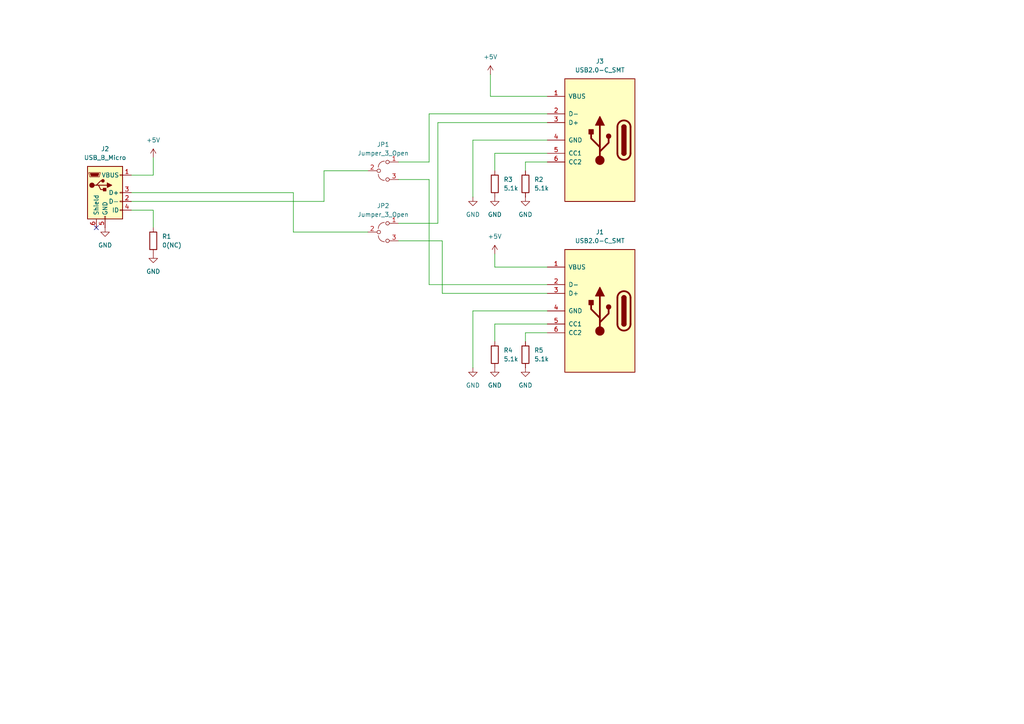
<source format=kicad_sch>
(kicad_sch (version 20231120) (generator "eeschema") (generator_version "8.0")
  (paper "A4")
  (title_block (title "MM-CF L Adapter") (rev "1.0.0") (company "Atsushi Morimoto (@74th)"))
  (lib_symbols
    (symbol "74th_Interface:Jumper_3" (pin_names (offset 0) hide)
      (property "Reference" "JP" (at -4.445 1.905 0))
      (property "Value" "Jumper_3_Open" (at 0 4.572 0))
      (symbol "Jumper_3_0_0"
        (circle (center -1.905 0) (radius 0.508))
        (circle (center 0.635 -2.54) (radius 0.508))
        (circle (center 0.635 2.54) (radius 0.508))
      )
      (symbol "Jumper_3_0_1"
        (arc (start -2.032 -1.016) (mid -1.5082 -2.2702) (end -0.254 -2.794))
        (arc (start -0.254 2.794) (mid -1.5095 2.2715) (end -2.032 1.016))
      )
      (symbol "Jumper_3_1_1"
        (pin passive line (at 3.81 2.54 180) (length 2.54) (name "A") (number "1"))
        (pin passive line (at -5.08 0 0) (length 2.54) (name "C") (number "2"))
        (pin passive line (at 3.81 -2.54 180) (length 2.54) (name "B") (number "3"))
      )
    )
    (symbol "74th_Interface:USB_TypeC-2.0_Receptacle_Simple" (pin_names (offset 1.016))
      (property "Reference" "J" (at -10.16 19.05 0))
      (property "Value" "USB2.0-C_SMT" (at 15.24 19.05 0))
      (symbol "USB_TypeC-2.0_Receptacle_Simple_0_1"
        (rectangle (start -10.16 17.78) (end 10.16 -17.78) (stroke (width 0.254)) (fill (type background)))
        (arc (start -8.89 -3.81) (mid -6.985 -5.7067) (end -5.08 -3.81) (stroke (width 0.508)))
        (arc (start -7.62 -3.81) (mid -6.985 -4.4423) (end -6.35 -3.81) (stroke (width 0.254)))
        (arc (start -7.62 -3.81) (mid -6.985 -4.4423) (end -6.35 -3.81) (stroke (width 0.254)) (fill (type outline)))
        (rectangle (start -7.62 -3.81) (end -6.35 3.81) (stroke (width 0.254)) (fill (type outline)))
        (arc (start -6.35 3.81) (mid -6.985 4.4423) (end -7.62 3.81) (stroke (width 0.254)))
        (arc (start -6.35 3.81) (mid -6.985 4.4423) (end -7.62 3.81) (stroke (width 0.254)) (fill (type outline)))
        (arc (start -5.08 3.81) (mid -6.985 5.7067) (end -8.89 3.81) (stroke (width 0.508)))
        (circle (center -2.54 1.143) (radius 0.635) (stroke (width 0.254)) (fill (type outline)))
        (circle (center 0 -5.842) (radius 1.27) (fill (type outline)))
        (polyline (pts (xy -8.89 -3.81) (xy -8.89 3.81)) (stroke (width 0.508)))
        (polyline (pts (xy -5.08 3.81) (xy -5.08 -3.81)) (stroke (width 0.508)))
        (polyline (pts (xy 0 -5.842) (xy 0 4.318)) (stroke (width 0.508)))
        (polyline (pts (xy 0 -3.302) (xy -2.54 -0.762) (xy -2.54 0.508)) (stroke (width 0.508)))
        (polyline (pts (xy 0 -2.032) (xy 2.54 0.508) (xy 2.54 1.778)) (stroke (width 0.508)))
        (polyline (pts (xy -1.27 4.318) (xy 0 6.858) (xy 1.27 4.318) (xy -1.27 4.318)) (stroke (width 0.254)) (fill (type outline)))
        (rectangle (start 1.905 1.778) (end 3.175 3.048) (stroke (width 0.254)) (fill (type outline)))
      )
      (symbol "USB_TypeC-2.0_Receptacle_Simple_1_1"
        (pin power_out line (at 15.24 12.7 180) (length 5.08) (name "VBUS") (number "1"))
        (pin bidirectional line (at 15.24 7.62 180) (length 5.08) (name "D-") (number "2"))
        (pin bidirectional line (at 15.24 5.08 180) (length 5.08) (name "D+") (number "3"))
        (pin power_out line (at 15.24 0 180) (length 5.08) (name "GND") (number "4"))
        (pin input line (at 15.24 -3.81 180) (length 5.08) (name "CC1") (number "5"))
        (pin input line (at 15.24 -6.35 180) (length 5.08) (name "CC2") (number "6"))
      )
    )
    (symbol "Connector:USB_B_Micro" (pin_names (offset 1.016))
      (property "Reference" "J" (at -5.08 11.43 0))
      (property "Value" "USB_B_Micro" (at -5.08 8.89 0))
      (symbol "USB_B_Micro_0_1"
        (rectangle (start -5.08 -7.62) (end 5.08 7.62) (stroke (width 0.254)) (fill (type background)))
        (circle (center -3.81 2.159) (radius 0.635) (stroke (width 0.254)) (fill (type outline)))
        (circle (center -0.635 3.429) (radius 0.381) (stroke (width 0.254)) (fill (type outline)))
        (rectangle (start -0.127 -7.62) (end 0.127 -6.858))
        (polyline (pts (xy -1.905 2.159) (xy 0.635 2.159)) (stroke (width 0.254)))
        (polyline (pts (xy -3.175 2.159) (xy -2.54 2.159) (xy -1.27 3.429) (xy -0.635 3.429)) (stroke (width 0.254)))
        (polyline (pts (xy -2.54 2.159) (xy -1.905 2.159) (xy -1.27 0.889) (xy 0 0.889)) (stroke (width 0.254)))
        (polyline (pts (xy 0.635 2.794) (xy 0.635 1.524) (xy 1.905 2.159) (xy 0.635 2.794)) (stroke (width 0.254)) (fill (type outline)))
        (polyline (pts (xy -4.318 5.588) (xy -1.778 5.588) (xy -2.032 4.826) (xy -4.064 4.826) (xy -4.318 5.588)) (fill (type outline)))
        (polyline (pts (xy -4.699 5.842) (xy -4.699 5.588) (xy -4.445 4.826) (xy -4.445 4.572) (xy -1.651 4.572) (xy -1.651 4.826) (xy -1.397 5.588) (xy -1.397 5.842) (xy -4.699 5.842)))
        (rectangle (start 0.254 1.27) (end -0.508 0.508) (stroke (width 0.254)) (fill (type outline)))
        (rectangle (start 5.08 -5.207) (end 4.318 -4.953))
        (rectangle (start 5.08 -2.667) (end 4.318 -2.413))
        (rectangle (start 5.08 -0.127) (end 4.318 0.127))
        (rectangle (start 5.08 4.953) (end 4.318 5.207))
      )
      (symbol "USB_B_Micro_1_1"
        (pin power_out line (at 7.62 5.08 180) (length 2.54) (name "VBUS") (number "1"))
        (pin bidirectional line (at 7.62 -2.54 180) (length 2.54) (name "D-") (number "2"))
        (pin bidirectional line (at 7.62 0 180) (length 2.54) (name "D+") (number "3"))
        (pin passive line (at 7.62 -5.08 180) (length 2.54) (name "ID") (number "4"))
        (pin power_out line (at 0 -10.16 90) (length 2.54) (name "GND") (number "5"))
        (pin passive line (at -2.54 -10.16 90) (length 2.54) (name "Shield") (number "6"))
      )
    )
    (symbol "Device:R" (pin_numbers hide) (pin_names (offset 0))
      (property "Reference" "R" (at 2.032 0 90))
      (property "Value" "R" (at 0 0 90))
      (symbol "R_0_1"
        (rectangle (start -1.016 -2.54) (end 1.016 2.54) (stroke (width 0.254)))
      )
      (symbol "R_1_1"
        (pin passive line (at 0 3.81 270) (length 1.27) (name "~") (number "1"))
        (pin passive line (at 0 -3.81 90) (length 1.27) (name "~") (number "2"))
      )
    )
    (symbol "power:+5V" (power) (pin_numbers hide) (pin_names (offset 0) hide)
      (property "Value" "+5V" (at 0 3.556 0))
      (symbol "+5V_0_1"
        (polyline (pts (xy -0.762 1.27) (xy 0 2.54)))
        (polyline (pts (xy 0 0) (xy 0 2.54)))
        (polyline (pts (xy 0 2.54) (xy 0.762 1.27)))
      )
      (symbol "+5V_1_1"
        (pin power_in line (at 0 0 90) (length 0) (name "~") (number "1"))
      )
    )
    (symbol "power:GND" (power) (pin_numbers hide) (pin_names (offset 0) hide)
      (property "Value" "GND" (at 0 -3.81 0))
      (symbol "GND_0_1"
        (polyline (pts (xy 0 0) (xy 0 -1.27) (xy 1.27 -1.27) (xy 0 -2.54) (xy -1.27 -1.27) (xy 0 -1.27)))
      )
      (symbol "GND_1_1"
        (pin power_in line (at 0 0 270) (length 0) (name "~") (number "1"))
      )
    )
  )
  (no_connect (at 27.94 66.04))
  (wire (pts (xy 158.75 82.55) (xy 124.46 82.55)))
  (wire (pts (xy 127 64.77) (xy 115.57 64.77)))
  (wire (pts (xy 128.27 85.09) (xy 158.75 85.09)))
  (wire (pts (xy 115.57 46.99) (xy 124.46 46.99)))
  (wire (pts (xy 142.24 27.94) (xy 158.75 27.94)))
  (wire (pts (xy 106.68 67.31) (xy 85.09 67.31)))
  (wire (pts (xy 137.16 106.68) (xy 137.16 90.17)))
  (wire (pts (xy 137.16 40.64) (xy 158.75 40.64)))
  (wire (pts (xy 143.51 44.45) (xy 143.51 49.53)))
  (wire (pts (xy 44.45 45.72) (xy 44.45 50.8)))
  (wire (pts (xy 137.16 90.17) (xy 158.75 90.17)))
  (wire (pts (xy 142.24 21.59) (xy 142.24 27.94)))
  (wire (pts (xy 38.1 58.42) (xy 93.98 58.42)))
  (wire (pts (xy 143.51 73.66) (xy 143.51 77.47)))
  (wire (pts (xy 143.51 93.98) (xy 143.51 99.06)))
  (wire (pts (xy 152.4 96.52) (xy 158.75 96.52)))
  (wire (pts (xy 85.09 55.88) (xy 38.1 55.88)))
  (wire (pts (xy 93.98 49.53) (xy 106.68 49.53)))
  (wire (pts (xy 85.09 67.31) (xy 85.09 55.88)))
  (wire (pts (xy 158.75 35.56) (xy 127 35.56)))
  (wire (pts (xy 44.45 50.8) (xy 38.1 50.8)))
  (wire (pts (xy 152.4 46.99) (xy 158.75 46.99)))
  (wire (pts (xy 124.46 46.99) (xy 124.46 33.02)))
  (wire (pts (xy 115.57 52.07) (xy 124.46 52.07)))
  (wire (pts (xy 115.57 69.85) (xy 128.27 69.85)))
  (wire (pts (xy 137.16 57.15) (xy 137.16 40.64)))
  (wire (pts (xy 158.75 44.45) (xy 143.51 44.45)))
  (wire (pts (xy 128.27 69.85) (xy 128.27 85.09)))
  (wire (pts (xy 127 35.56) (xy 127 64.77)))
  (wire (pts (xy 124.46 33.02) (xy 158.75 33.02)))
  (wire (pts (xy 38.1 60.96) (xy 44.45 60.96)))
  (wire (pts (xy 152.4 99.06) (xy 152.4 96.52)))
  (wire (pts (xy 143.51 77.47) (xy 158.75 77.47)))
  (wire (pts (xy 93.98 58.42) (xy 93.98 49.53)))
  (wire (pts (xy 124.46 52.07) (xy 124.46 82.55)))
  (wire (pts (xy 152.4 49.53) (xy 152.4 46.99)))
  (wire (pts (xy 44.45 60.96) (xy 44.45 66.04)))
  (wire (pts (xy 158.75 93.98) (xy 143.51 93.98)))
  (symbol (lib_id "74th_Interface:USB_TypeC-2.0_Receptacle_Simple") (at 173.99 90.17 0) (mirror y) (unit 1)
    (property "Reference" "J1" (at 173.99 67.31 0))
    (property "Value" "USB2.0-C_SMT" (at 173.99 69.85 0))
    (property "Footprint" "74th:Connector_USB-C-Receptacle_SMT_12-Pin_Simple" (effects (hide yes)))
    (property "Datasheet" "https://www.usb.org/sites/default/files/documents/usb_type-c.zip" (effects (hide yes)))
    (property "Description" "USB 2.0-only Type-C Plug connector" (effects (hide yes)))
  )
  (symbol (lib_id "74th_Interface:USB_TypeC-2.0_Receptacle_Simple") (at 173.99 40.64 0) (mirror y) (unit 1)
    (property "Reference" "J3" (at 173.99 17.78 0))
    (property "Value" "USB2.0-C_SMT" (at 173.99 20.32 0))
    (property "Footprint" "74th:Connector_USB-C-Receptacle_SMT_12-Pin_Simple" (effects (hide yes)))
    (property "Datasheet" "https://www.usb.org/sites/default/files/documents/usb_type-c.zip" (effects (hide yes)))
    (property "Description" "USB 2.0-only Type-C Plug connector" (effects (hide yes)))
  )
  (symbol (lib_id "power:GND") (at 152.4 57.15 0) (unit 1)
    (property "Reference" "#PWR010" (effects (hide yes)))
    (property "Value" "GND" (at 152.4 62.23 0))
    (property "Description" "Power symbol creates a global label with name \"GND\" , ground" (effects (hide yes)))
  )
  (symbol (lib_id "Connector:USB_B_Micro") (at 30.48 55.88 0) (unit 1)
    (property "Reference" "J2" (at 30.48 43.18 0))
    (property "Value" "USB_B_Micro" (at 30.48 45.72 0))
    (property "Footprint" "74th:Connector_USB-Micro-Plug_SMD" (effects (hide yes)))
    (property "Description" "USB Micro Type B connector" (effects (hide yes)))
  )
  (symbol (lib_id "power:GND") (at 30.48 66.04 0) (unit 1)
    (property "Reference" "#PWR01" (effects (hide yes)))
    (property "Value" "GND" (at 30.48 71.12 0))
    (property "Description" "Power symbol creates a global label with name \"GND\" , ground" (effects (hide yes)))
  )
  (symbol (lib_id "power:GND") (at 44.45 73.66 0) (unit 1)
    (property "Reference" "#PWR012" (effects (hide yes)))
    (property "Value" "GND" (at 44.45 78.74 0))
    (property "Description" "Power symbol creates a global label with name \"GND\" , ground" (effects (hide yes)))
  )
  (symbol (lib_id "Device:R") (at 143.51 102.87 0) (unit 1)
    (property "Reference" "R4" (at 146.05 101.5999 0) (effects (justify left)))
    (property "Value" "5.1k" (at 146.05 104.1399 0) (effects (justify left)))
    (property "Footprint" "74th:Register_0603_1608" (effects (hide yes)))
    (property "Description" "Resistor" (effects (hide yes)))
  )
  (symbol (lib_id "power:GND") (at 137.16 57.15 0) (unit 1)
    (property "Reference" "#PWR03" (effects (hide yes)))
    (property "Value" "GND" (at 137.16 62.23 0))
    (property "Description" "Power symbol creates a global label with name \"GND\" , ground" (effects (hide yes)))
  )
  (symbol (lib_id "Device:R") (at 143.51 53.34 0) (unit 1)
    (property "Reference" "R3" (at 146.05 52.0699 0) (effects (justify left)))
    (property "Value" "5.1k" (at 146.05 54.6099 0) (effects (justify left)))
    (property "Footprint" "74th:Register_0603_1608" (effects (hide yes)))
    (property "Description" "Resistor" (effects (hide yes)))
  )
  (symbol (lib_id "Device:R") (at 44.45 69.85 0) (unit 1)
    (property "Reference" "R1" (at 46.99 68.5799 0) (effects (justify left)))
    (property "Value" "0(NC)" (at 46.99 71.1199 0) (effects (justify left)))
    (property "Footprint" "74th:Register_0603_1608" (effects (hide yes)))
    (property "Description" "Resistor" (effects (hide yes)))
  )
  (symbol (lib_id "power:GND") (at 137.16 106.68 0) (unit 1)
    (property "Reference" "#PWR02" (effects (hide yes)))
    (property "Value" "GND" (at 137.16 111.76 0))
    (property "Description" "Power symbol creates a global label with name \"GND\" , ground" (effects (hide yes)))
  )
  (symbol (lib_id "power:GND") (at 152.4 106.68 0) (unit 1)
    (property "Reference" "#PWR08" (effects (hide yes)))
    (property "Value" "GND" (at 152.4 111.76 0))
    (property "Description" "Power symbol creates a global label with name \"GND\" , ground" (effects (hide yes)))
  )
  (symbol (lib_id "74th_Interface:Jumper_3") (at 111.76 49.53 0) (unit 1)
    (property "Reference" "JP1" (at 111.125 41.91 0))
    (property "Value" "Jumper_3_Open" (at 111.125 44.45 0))
    (property "Footprint" "74th:SolderJumper-3_No1PinMark" (effects (hide yes)))
    (property "Description" "Jumper, 3-pole, both open" (effects (hide yes)))
  )
  (symbol (lib_id "Device:R") (at 152.4 53.34 0) (unit 1)
    (property "Reference" "R2" (at 154.94 52.0699 0) (effects (justify left)))
    (property "Value" "5.1k" (at 154.94 54.6099 0) (effects (justify left)))
    (property "Footprint" "74th:Register_0603_1608" (effects (hide yes)))
    (property "Description" "Resistor" (effects (hide yes)))
  )
  (symbol (lib_id "power:+5V") (at 143.51 73.66 0) (unit 1)
    (property "Reference" "#PWR06" (effects (hide yes)))
    (property "Value" "+5V" (at 143.51 68.58 0))
    (property "Description" "Power symbol creates a global label with name \"+5V\"" (effects (hide yes)))
  )
  (symbol (lib_id "74th_Interface:Jumper_3") (at 111.76 67.31 0) (unit 1)
    (property "Reference" "JP2" (at 111.125 59.69 0))
    (property "Value" "Jumper_3_Open" (at 111.125 62.23 0))
    (property "Footprint" "74th:SolderJumper-3_No1PinMark" (effects (hide yes)))
    (property "Description" "Jumper, 3-pole, both open" (effects (hide yes)))
  )
  (symbol (lib_id "power:+5V") (at 142.24 21.59 0) (unit 1)
    (property "Reference" "#PWR05" (effects (hide yes)))
    (property "Value" "+5V" (at 142.24 16.51 0))
    (property "Description" "Power symbol creates a global label with name \"+5V\"" (effects (hide yes)))
  )
  (symbol (lib_id "power:+5V") (at 44.45 45.72 0) (unit 1)
    (property "Reference" "#PWR04" (effects (hide yes)))
    (property "Value" "+5V" (at 44.45 40.64 0))
    (property "Description" "Power symbol creates a global label with name \"+5V\"" (effects (hide yes)))
  )
  (symbol (lib_id "power:GND") (at 143.51 106.68 0) (unit 1)
    (property "Reference" "#PWR07" (effects (hide yes)))
    (property "Value" "GND" (at 143.51 111.76 0))
    (property "Description" "Power symbol creates a global label with name \"GND\" , ground" (effects (hide yes)))
  )
  (symbol (lib_id "power:GND") (at 143.51 57.15 0) (unit 1)
    (property "Reference" "#PWR09" (effects (hide yes)))
    (property "Value" "GND" (at 143.51 62.23 0))
    (property "Description" "Power symbol creates a global label with name \"GND\" , ground" (effects (hide yes)))
  )
  (symbol (lib_id "Device:R") (at 152.4 102.87 0) (unit 1)
    (property "Reference" "R5" (at 154.94 101.5999 0) (effects (justify left)))
    (property "Value" "5.1k" (at 154.94 104.1399 0) (effects (justify left)))
    (property "Footprint" "74th:Register_0603_1608" (effects (hide yes)))
    (property "Description" "Resistor" (effects (hide yes)))
  )
)
</source>
